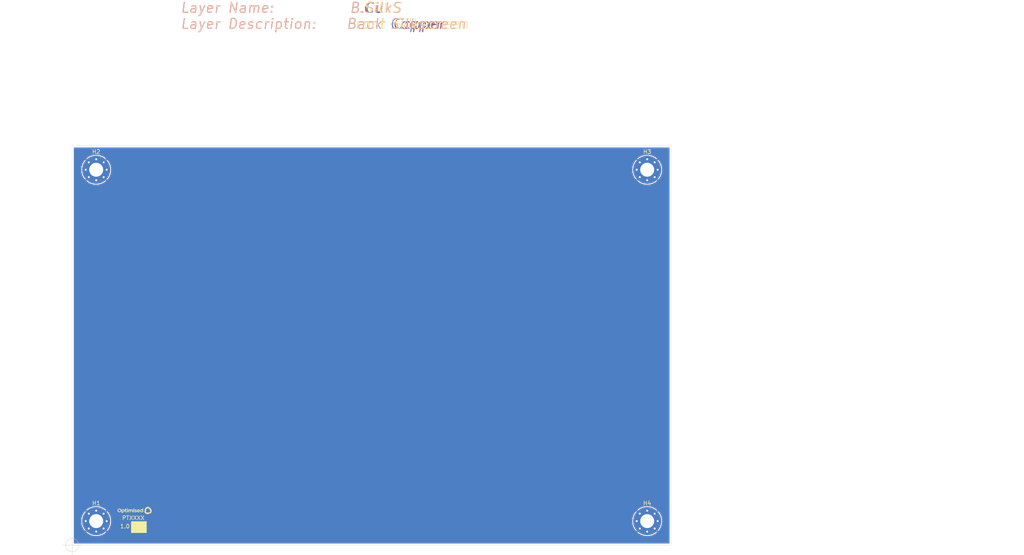
<source format=kicad_pcb>
(kicad_pcb (version 20171130) (host pcbnew "(5.1.5)-3")
  (title_block (title "Board Name") (date 2020-04-08) (rev 1.0) (company "XXXX Ltd") (comment 1 PTXXXX))
  (layers (0 F.Cu signal) (1 In1.Cu mixed) (2 In2.Cu mixed) (31 B.Cu signal) (34 B.Paste user) (35 F.Paste user) (36 B.SilkS user) (37 F.SilkS user) (38 B.Mask user) (39 F.Mask user) (44 Edge.Cuts user))
  (net 0 "")
  (net 1 GND)
  (module _kb_miscellaneous:PCB_Silk_Logo_Optimised (layer F.Cu) (at 55.5 151.4)
    (fp_text reference LOGO1 hide)
    (fp_text value "Optimised Logo" hide)
  )
  (module MountingHole:MountingHole_3.5mm_Pad_Via (layer F.Cu) (at 184 154)
    (fp_text reference H4 (at 0 -4.5) (layer F.SilkS))
    (fp_text value "M3 Hole")
    (pad 1 thru_hole circle (at 1.856155 -1.856155) (size 0.8 0.8) (drill 0.5) (layers *.Cu *.Mask) (net 1 GND))
    (pad 1 thru_hole circle (at 0 -2.625) (size 0.8 0.8) (drill 0.5) (layers *.Cu *.Mask) (net 1 GND))
    (pad 1 thru_hole circle (at -1.856155 -1.856155) (size 0.8 0.8) (drill 0.5) (layers *.Cu *.Mask) (net 1 GND))
    (pad 1 thru_hole circle (at -2.625 0) (size 0.8 0.8) (drill 0.5) (layers *.Cu *.Mask) (net 1 GND))
    (pad 1 thru_hole circle (at -1.856155 1.856155) (size 0.8 0.8) (drill 0.5) (layers *.Cu *.Mask) (net 1 GND))
    (pad 1 thru_hole circle (at 0 2.625) (size 0.8 0.8) (drill 0.5) (layers *.Cu *.Mask) (net 1 GND))
    (pad 1 thru_hole circle (at 1.856155 1.856155) (size 0.8 0.8) (drill 0.5) (layers *.Cu *.Mask) (net 1 GND))
    (pad 1 thru_hole circle (at 2.625 0) (size 0.8 0.8) (drill 0.5) (layers *.Cu *.Mask) (net 1 GND))
    (pad 1 thru_hole circle (at 0 0) (size 7 7) (drill 3.5) (layers *.Cu *.Mask) (net 1 GND))
  )
  (module MountingHole:MountingHole_3.5mm_Pad_Via (layer F.Cu) (at 184 66)
    (fp_text reference H3 (at 0 -4.5) (layer F.SilkS))
    (fp_text value "M3 Hole")
    (pad 1 thru_hole circle (at 1.856155 -1.856155) (size 0.8 0.8) (drill 0.5) (layers *.Cu *.Mask) (net 1 GND))
    (pad 1 thru_hole circle (at 0 -2.625) (size 0.8 0.8) (drill 0.5) (layers *.Cu *.Mask) (net 1 GND))
    (pad 1 thru_hole circle (at -1.856155 -1.856155) (size 0.8 0.8) (drill 0.5) (layers *.Cu *.Mask) (net 1 GND))
    (pad 1 thru_hole circle (at -2.625 0) (size 0.8 0.8) (drill 0.5) (layers *.Cu *.Mask) (net 1 GND))
    (pad 1 thru_hole circle (at -1.856155 1.856155) (size 0.8 0.8) (drill 0.5) (layers *.Cu *.Mask) (net 1 GND))
    (pad 1 thru_hole circle (at 0 2.625) (size 0.8 0.8) (drill 0.5) (layers *.Cu *.Mask) (net 1 GND))
    (pad 1 thru_hole circle (at 1.856155 1.856155) (size 0.8 0.8) (drill 0.5) (layers *.Cu *.Mask) (net 1 GND))
    (pad 1 thru_hole circle (at 2.625 0) (size 0.8 0.8) (drill 0.5) (layers *.Cu *.Mask) (net 1 GND))
    (pad 1 thru_hole circle (at 0 0) (size 7 7) (drill 3.5) (layers *.Cu *.Mask) (net 1 GND))
  )
  (module MountingHole:MountingHole_3.5mm_Pad_Via (layer F.Cu) (at 46 66)
    (fp_text reference H2 (at 0 -4.5) (layer F.SilkS))
    (fp_text value "M3 Hole")
    (pad 1 thru_hole circle (at 1.856155 -1.856155) (size 0.8 0.8) (drill 0.5) (layers *.Cu *.Mask) (net 1 GND))
    (pad 1 thru_hole circle (at 0 -2.625) (size 0.8 0.8) (drill 0.5) (layers *.Cu *.Mask) (net 1 GND))
    (pad 1 thru_hole circle (at -1.856155 -1.856155) (size 0.8 0.8) (drill 0.5) (layers *.Cu *.Mask) (net 1 GND))
    (pad 1 thru_hole circle (at -2.625 0) (size 0.8 0.8) (drill 0.5) (layers *.Cu *.Mask) (net 1 GND))
    (pad 1 thru_hole circle (at -1.856155 1.856155) (size 0.8 0.8) (drill 0.5) (layers *.Cu *.Mask) (net 1 GND))
    (pad 1 thru_hole circle (at 0 2.625) (size 0.8 0.8) (drill 0.5) (layers *.Cu *.Mask) (net 1 GND))
    (pad 1 thru_hole circle (at 1.856155 1.856155) (size 0.8 0.8) (drill 0.5) (layers *.Cu *.Mask) (net 1 GND))
    (pad 1 thru_hole circle (at 2.625 0) (size 0.8 0.8) (drill 0.5) (layers *.Cu *.Mask) (net 1 GND))
    (pad 1 thru_hole circle (at 0 0) (size 7 7) (drill 3.5) (layers *.Cu *.Mask) (net 1 GND))
  )
  (module MountingHole:MountingHole_3.5mm_Pad_Via (layer F.Cu) (at 46 154)
    (fp_text reference H1 (at 0 -4.5) (layer F.SilkS))
    (fp_text value "M3 Hole")
    (pad 1 thru_hole circle (at 1.856155 -1.856155) (size 0.8 0.8) (drill 0.5) (layers *.Cu *.Mask) (net 1 GND))
    (pad 1 thru_hole circle (at 0 -2.625) (size 0.8 0.8) (drill 0.5) (layers *.Cu *.Mask) (net 1 GND))
    (pad 1 thru_hole circle (at -1.856155 -1.856155) (size 0.8 0.8) (drill 0.5) (layers *.Cu *.Mask) (net 1 GND))
    (pad 1 thru_hole circle (at -2.625 0) (size 0.8 0.8) (drill 0.5) (layers *.Cu *.Mask) (net 1 GND))
    (pad 1 thru_hole circle (at -1.856155 1.856155) (size 0.8 0.8) (drill 0.5) (layers *.Cu *.Mask) (net 1 GND))
    (pad 1 thru_hole circle (at 0 2.625) (size 0.8 0.8) (drill 0.5) (layers *.Cu *.Mask) (net 1 GND))
    (pad 1 thru_hole circle (at 1.856155 1.856155) (size 0.8 0.8) (drill 0.5) (layers *.Cu *.Mask) (net 1 GND))
    (pad 1 thru_hole circle (at 2.625 0) (size 0.8 0.8) (drill 0.5) (layers *.Cu *.Mask) (net 1 GND))
    (pad 1 thru_hole circle (at 0 0) (size 7 7) (drill 3.5) (layers *.Cu *.Mask) (net 1 GND))
  )
  (target plus (at 40 160) (size 5) (width 0.05) (layer Edge.Cuts))
  (gr_text 1.0 (at 53.2 155.3) (layer F.SilkS) (effects (font (size 1 1))))
  (gr_text PTXXXX (at 55.3 153.2) (layer F.SilkS) (effects (font (size 1 1))))
  (gr_poly (pts (xy 54.8 154.1) (xy 54.8 156.9) (xy 58.6 156.9) (xy 58.6 154.1)) (layer F.SilkS) (width 0.1))
  (gr_text "Layer Name:          F.SilkS\nLayer Description:    Front Silkscreen" (at 67 27.45) (layer F.SilkS) (effects (font (size 2.5 2.5) (thickness 0.25) italic) (justify left)))
  (gr_text "Layer Name:          B.Cu\nLayer Description:    Back Copper" (at 67 27.45) (layer B.Cu) (effects (font (size 2.5 2.5) (thickness 0.25) italic) (justify left)))
  (gr_text "Layer Name:          B.SilkS\nLayer Description:    Back Silkscreen" (at 67 27.45) (layer B.SilkS) (effects (font (size 2.5 2.5) (thickness 0.25) italic) (justify left)))
  (gr_text "Layer Name:          F.Cu\nLayer Description:    Front Copper" (at 67 27.45) (layer F.Cu) (effects (font (size 2.5 2.5) (thickness 0.25) italic) (justify left)))
  (target plus (at 40 160) (size 5) (width 0.05) (layer Edge.Cuts))
  (gr_line (start 40 60) (end 40 160) (layer Edge.Cuts) (width 0.05))
  (gr_line (start 190 60) (end 40 60) (layer Edge.Cuts) (width 0.05))
  (gr_line (start 190 160) (end 190 60) (layer Edge.Cuts) (width 0.05))
  (gr_line (start 40 160) (end 190 160) (layer Edge.Cuts) (width 0.05))
  (zone (net 1) (net_name GND) (layer F.Cu) (connect_pads (clearance 0.4)) (min_thickness 0.25) (fill yes (arc_segments 32) (thermal_gap 0.251) (thermal_bridge_width 0.251))
    (polygon (pts (xy 40 60) (xy 40 160) (xy 190 160) (xy 190 60)))
  )
  (zone (net 1) (net_name GND) (layer B.Cu) (connect_pads (clearance 0.4)) (min_thickness 0.25) (fill yes (arc_segments 32) (thermal_gap 0.251) (thermal_bridge_width 0.251))
    (polygon (pts (xy 40 60) (xy 40 160) (xy 190 160) (xy 190 60)))
  )
)
</source>
